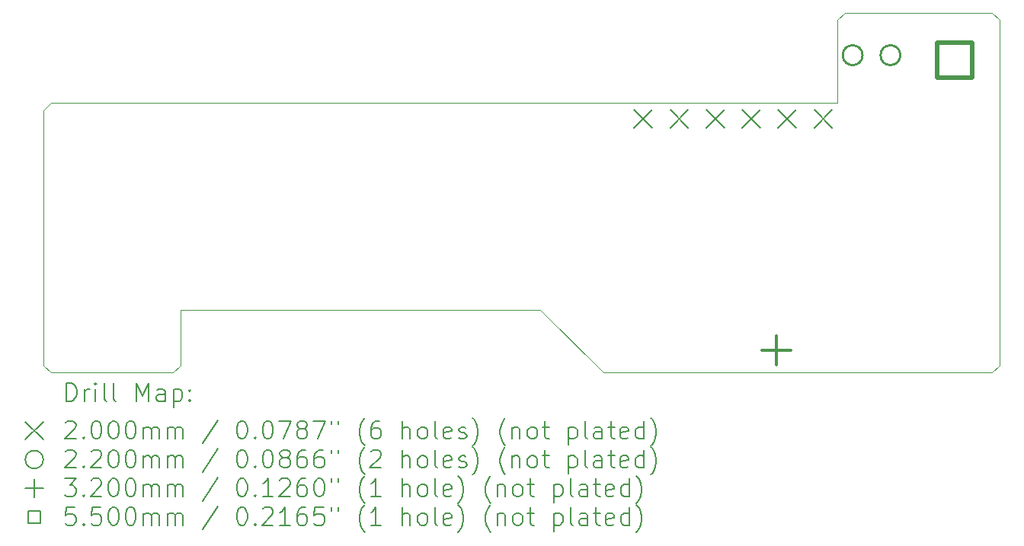
<source format=gbr>
%FSLAX45Y45*%
G04 Gerber Fmt 4.5, Leading zero omitted, Abs format (unit mm)*
G04 Created by KiCad (PCBNEW (6.0.2)) date 2022-03-23 19:36:18*
%MOMM*%
%LPD*%
G01*
G04 APERTURE LIST*
%TA.AperFunction,Profile*%
%ADD10C,0.100000*%
%TD*%
%ADD11C,0.200000*%
%ADD12C,0.220000*%
%ADD13C,0.320000*%
%ADD14C,0.550000*%
G04 APERTURE END LIST*
D10*
X5800000Y-8220000D02*
X5880000Y-8300000D01*
X7320000Y-8220000D02*
X7240000Y-8300000D01*
X16420000Y-8220000D02*
X16340000Y-8300000D01*
X14620000Y-4380000D02*
X14620000Y-5300000D01*
X11320000Y-7600000D02*
X12020000Y-8300000D01*
X16420000Y-8220000D02*
X16420000Y-4380000D01*
X16420000Y-4380000D02*
X16340000Y-4300000D01*
X5880000Y-8300000D02*
X7240000Y-8300000D01*
X7320000Y-8220000D02*
X7320000Y-7600000D01*
X16340000Y-8300000D02*
X12020000Y-8300000D01*
X5880000Y-5300000D02*
X5800000Y-5380000D01*
X5800000Y-8220000D02*
X5800000Y-5380000D01*
X14620000Y-5300000D02*
X5880000Y-5300000D01*
X14700000Y-4300000D02*
X14620000Y-4380000D01*
X16340000Y-4300000D02*
X14700000Y-4300000D01*
X7320000Y-7600000D02*
X11320000Y-7600000D01*
D11*
X12362000Y-5375700D02*
X12562000Y-5575700D01*
X12562000Y-5375700D02*
X12362000Y-5575700D01*
X12762000Y-5375700D02*
X12962000Y-5575700D01*
X12962000Y-5375700D02*
X12762000Y-5575700D01*
X13162000Y-5375700D02*
X13362000Y-5575700D01*
X13362000Y-5375700D02*
X13162000Y-5575700D01*
X13562000Y-5375700D02*
X13762000Y-5575700D01*
X13762000Y-5375700D02*
X13562000Y-5575700D01*
X13962000Y-5375700D02*
X14162000Y-5575700D01*
X14162000Y-5375700D02*
X13962000Y-5575700D01*
X14362000Y-5375700D02*
X14562000Y-5575700D01*
X14562000Y-5375700D02*
X14362000Y-5575700D01*
D12*
X14898700Y-4769500D02*
G75*
G03*
X14898700Y-4769500I-110000J0D01*
G01*
X15318700Y-4769500D02*
G75*
G03*
X15318700Y-4769500I-110000J0D01*
G01*
D13*
X13940000Y-7890000D02*
X13940000Y-8210000D01*
X13780000Y-8050000D02*
X14100000Y-8050000D01*
D14*
X16119456Y-5019456D02*
X16119456Y-4630544D01*
X15730544Y-4630544D01*
X15730544Y-5019456D01*
X16119456Y-5019456D01*
D11*
X6052619Y-8615476D02*
X6052619Y-8415476D01*
X6100238Y-8415476D01*
X6128809Y-8425000D01*
X6147857Y-8444048D01*
X6157381Y-8463095D01*
X6166905Y-8501190D01*
X6166905Y-8529762D01*
X6157381Y-8567857D01*
X6147857Y-8586905D01*
X6128809Y-8605952D01*
X6100238Y-8615476D01*
X6052619Y-8615476D01*
X6252619Y-8615476D02*
X6252619Y-8482143D01*
X6252619Y-8520238D02*
X6262143Y-8501190D01*
X6271667Y-8491667D01*
X6290714Y-8482143D01*
X6309762Y-8482143D01*
X6376428Y-8615476D02*
X6376428Y-8482143D01*
X6376428Y-8415476D02*
X6366905Y-8425000D01*
X6376428Y-8434524D01*
X6385952Y-8425000D01*
X6376428Y-8415476D01*
X6376428Y-8434524D01*
X6500238Y-8615476D02*
X6481190Y-8605952D01*
X6471667Y-8586905D01*
X6471667Y-8415476D01*
X6605000Y-8615476D02*
X6585952Y-8605952D01*
X6576428Y-8586905D01*
X6576428Y-8415476D01*
X6833571Y-8615476D02*
X6833571Y-8415476D01*
X6900238Y-8558333D01*
X6966905Y-8415476D01*
X6966905Y-8615476D01*
X7147857Y-8615476D02*
X7147857Y-8510714D01*
X7138333Y-8491667D01*
X7119286Y-8482143D01*
X7081190Y-8482143D01*
X7062143Y-8491667D01*
X7147857Y-8605952D02*
X7128809Y-8615476D01*
X7081190Y-8615476D01*
X7062143Y-8605952D01*
X7052619Y-8586905D01*
X7052619Y-8567857D01*
X7062143Y-8548810D01*
X7081190Y-8539286D01*
X7128809Y-8539286D01*
X7147857Y-8529762D01*
X7243095Y-8482143D02*
X7243095Y-8682143D01*
X7243095Y-8491667D02*
X7262143Y-8482143D01*
X7300238Y-8482143D01*
X7319286Y-8491667D01*
X7328809Y-8501190D01*
X7338333Y-8520238D01*
X7338333Y-8577381D01*
X7328809Y-8596429D01*
X7319286Y-8605952D01*
X7300238Y-8615476D01*
X7262143Y-8615476D01*
X7243095Y-8605952D01*
X7424048Y-8596429D02*
X7433571Y-8605952D01*
X7424048Y-8615476D01*
X7414524Y-8605952D01*
X7424048Y-8596429D01*
X7424048Y-8615476D01*
X7424048Y-8491667D02*
X7433571Y-8501190D01*
X7424048Y-8510714D01*
X7414524Y-8501190D01*
X7424048Y-8491667D01*
X7424048Y-8510714D01*
X5595000Y-8845000D02*
X5795000Y-9045000D01*
X5795000Y-8845000D02*
X5595000Y-9045000D01*
X6043095Y-8854524D02*
X6052619Y-8845000D01*
X6071667Y-8835476D01*
X6119286Y-8835476D01*
X6138333Y-8845000D01*
X6147857Y-8854524D01*
X6157381Y-8873571D01*
X6157381Y-8892619D01*
X6147857Y-8921190D01*
X6033571Y-9035476D01*
X6157381Y-9035476D01*
X6243095Y-9016429D02*
X6252619Y-9025952D01*
X6243095Y-9035476D01*
X6233571Y-9025952D01*
X6243095Y-9016429D01*
X6243095Y-9035476D01*
X6376428Y-8835476D02*
X6395476Y-8835476D01*
X6414524Y-8845000D01*
X6424048Y-8854524D01*
X6433571Y-8873571D01*
X6443095Y-8911667D01*
X6443095Y-8959286D01*
X6433571Y-8997381D01*
X6424048Y-9016429D01*
X6414524Y-9025952D01*
X6395476Y-9035476D01*
X6376428Y-9035476D01*
X6357381Y-9025952D01*
X6347857Y-9016429D01*
X6338333Y-8997381D01*
X6328809Y-8959286D01*
X6328809Y-8911667D01*
X6338333Y-8873571D01*
X6347857Y-8854524D01*
X6357381Y-8845000D01*
X6376428Y-8835476D01*
X6566905Y-8835476D02*
X6585952Y-8835476D01*
X6605000Y-8845000D01*
X6614524Y-8854524D01*
X6624048Y-8873571D01*
X6633571Y-8911667D01*
X6633571Y-8959286D01*
X6624048Y-8997381D01*
X6614524Y-9016429D01*
X6605000Y-9025952D01*
X6585952Y-9035476D01*
X6566905Y-9035476D01*
X6547857Y-9025952D01*
X6538333Y-9016429D01*
X6528809Y-8997381D01*
X6519286Y-8959286D01*
X6519286Y-8911667D01*
X6528809Y-8873571D01*
X6538333Y-8854524D01*
X6547857Y-8845000D01*
X6566905Y-8835476D01*
X6757381Y-8835476D02*
X6776428Y-8835476D01*
X6795476Y-8845000D01*
X6805000Y-8854524D01*
X6814524Y-8873571D01*
X6824048Y-8911667D01*
X6824048Y-8959286D01*
X6814524Y-8997381D01*
X6805000Y-9016429D01*
X6795476Y-9025952D01*
X6776428Y-9035476D01*
X6757381Y-9035476D01*
X6738333Y-9025952D01*
X6728809Y-9016429D01*
X6719286Y-8997381D01*
X6709762Y-8959286D01*
X6709762Y-8911667D01*
X6719286Y-8873571D01*
X6728809Y-8854524D01*
X6738333Y-8845000D01*
X6757381Y-8835476D01*
X6909762Y-9035476D02*
X6909762Y-8902143D01*
X6909762Y-8921190D02*
X6919286Y-8911667D01*
X6938333Y-8902143D01*
X6966905Y-8902143D01*
X6985952Y-8911667D01*
X6995476Y-8930714D01*
X6995476Y-9035476D01*
X6995476Y-8930714D02*
X7005000Y-8911667D01*
X7024048Y-8902143D01*
X7052619Y-8902143D01*
X7071667Y-8911667D01*
X7081190Y-8930714D01*
X7081190Y-9035476D01*
X7176428Y-9035476D02*
X7176428Y-8902143D01*
X7176428Y-8921190D02*
X7185952Y-8911667D01*
X7205000Y-8902143D01*
X7233571Y-8902143D01*
X7252619Y-8911667D01*
X7262143Y-8930714D01*
X7262143Y-9035476D01*
X7262143Y-8930714D02*
X7271667Y-8911667D01*
X7290714Y-8902143D01*
X7319286Y-8902143D01*
X7338333Y-8911667D01*
X7347857Y-8930714D01*
X7347857Y-9035476D01*
X7738333Y-8825952D02*
X7566905Y-9083095D01*
X7995476Y-8835476D02*
X8014524Y-8835476D01*
X8033571Y-8845000D01*
X8043095Y-8854524D01*
X8052619Y-8873571D01*
X8062143Y-8911667D01*
X8062143Y-8959286D01*
X8052619Y-8997381D01*
X8043095Y-9016429D01*
X8033571Y-9025952D01*
X8014524Y-9035476D01*
X7995476Y-9035476D01*
X7976428Y-9025952D01*
X7966905Y-9016429D01*
X7957381Y-8997381D01*
X7947857Y-8959286D01*
X7947857Y-8911667D01*
X7957381Y-8873571D01*
X7966905Y-8854524D01*
X7976428Y-8845000D01*
X7995476Y-8835476D01*
X8147857Y-9016429D02*
X8157381Y-9025952D01*
X8147857Y-9035476D01*
X8138333Y-9025952D01*
X8147857Y-9016429D01*
X8147857Y-9035476D01*
X8281190Y-8835476D02*
X8300238Y-8835476D01*
X8319286Y-8845000D01*
X8328809Y-8854524D01*
X8338333Y-8873571D01*
X8347857Y-8911667D01*
X8347857Y-8959286D01*
X8338333Y-8997381D01*
X8328809Y-9016429D01*
X8319286Y-9025952D01*
X8300238Y-9035476D01*
X8281190Y-9035476D01*
X8262143Y-9025952D01*
X8252619Y-9016429D01*
X8243095Y-8997381D01*
X8233571Y-8959286D01*
X8233571Y-8911667D01*
X8243095Y-8873571D01*
X8252619Y-8854524D01*
X8262143Y-8845000D01*
X8281190Y-8835476D01*
X8414524Y-8835476D02*
X8547857Y-8835476D01*
X8462143Y-9035476D01*
X8652619Y-8921190D02*
X8633571Y-8911667D01*
X8624048Y-8902143D01*
X8614524Y-8883095D01*
X8614524Y-8873571D01*
X8624048Y-8854524D01*
X8633571Y-8845000D01*
X8652619Y-8835476D01*
X8690714Y-8835476D01*
X8709762Y-8845000D01*
X8719286Y-8854524D01*
X8728810Y-8873571D01*
X8728810Y-8883095D01*
X8719286Y-8902143D01*
X8709762Y-8911667D01*
X8690714Y-8921190D01*
X8652619Y-8921190D01*
X8633571Y-8930714D01*
X8624048Y-8940238D01*
X8614524Y-8959286D01*
X8614524Y-8997381D01*
X8624048Y-9016429D01*
X8633571Y-9025952D01*
X8652619Y-9035476D01*
X8690714Y-9035476D01*
X8709762Y-9025952D01*
X8719286Y-9016429D01*
X8728810Y-8997381D01*
X8728810Y-8959286D01*
X8719286Y-8940238D01*
X8709762Y-8930714D01*
X8690714Y-8921190D01*
X8795476Y-8835476D02*
X8928810Y-8835476D01*
X8843095Y-9035476D01*
X8995476Y-8835476D02*
X8995476Y-8873571D01*
X9071667Y-8835476D02*
X9071667Y-8873571D01*
X9366905Y-9111667D02*
X9357381Y-9102143D01*
X9338333Y-9073571D01*
X9328810Y-9054524D01*
X9319286Y-9025952D01*
X9309762Y-8978333D01*
X9309762Y-8940238D01*
X9319286Y-8892619D01*
X9328810Y-8864048D01*
X9338333Y-8845000D01*
X9357381Y-8816429D01*
X9366905Y-8806905D01*
X9528810Y-8835476D02*
X9490714Y-8835476D01*
X9471667Y-8845000D01*
X9462143Y-8854524D01*
X9443095Y-8883095D01*
X9433571Y-8921190D01*
X9433571Y-8997381D01*
X9443095Y-9016429D01*
X9452619Y-9025952D01*
X9471667Y-9035476D01*
X9509762Y-9035476D01*
X9528810Y-9025952D01*
X9538333Y-9016429D01*
X9547857Y-8997381D01*
X9547857Y-8949762D01*
X9538333Y-8930714D01*
X9528810Y-8921190D01*
X9509762Y-8911667D01*
X9471667Y-8911667D01*
X9452619Y-8921190D01*
X9443095Y-8930714D01*
X9433571Y-8949762D01*
X9785952Y-9035476D02*
X9785952Y-8835476D01*
X9871667Y-9035476D02*
X9871667Y-8930714D01*
X9862143Y-8911667D01*
X9843095Y-8902143D01*
X9814524Y-8902143D01*
X9795476Y-8911667D01*
X9785952Y-8921190D01*
X9995476Y-9035476D02*
X9976429Y-9025952D01*
X9966905Y-9016429D01*
X9957381Y-8997381D01*
X9957381Y-8940238D01*
X9966905Y-8921190D01*
X9976429Y-8911667D01*
X9995476Y-8902143D01*
X10024048Y-8902143D01*
X10043095Y-8911667D01*
X10052619Y-8921190D01*
X10062143Y-8940238D01*
X10062143Y-8997381D01*
X10052619Y-9016429D01*
X10043095Y-9025952D01*
X10024048Y-9035476D01*
X9995476Y-9035476D01*
X10176429Y-9035476D02*
X10157381Y-9025952D01*
X10147857Y-9006905D01*
X10147857Y-8835476D01*
X10328810Y-9025952D02*
X10309762Y-9035476D01*
X10271667Y-9035476D01*
X10252619Y-9025952D01*
X10243095Y-9006905D01*
X10243095Y-8930714D01*
X10252619Y-8911667D01*
X10271667Y-8902143D01*
X10309762Y-8902143D01*
X10328810Y-8911667D01*
X10338333Y-8930714D01*
X10338333Y-8949762D01*
X10243095Y-8968810D01*
X10414524Y-9025952D02*
X10433571Y-9035476D01*
X10471667Y-9035476D01*
X10490714Y-9025952D01*
X10500238Y-9006905D01*
X10500238Y-8997381D01*
X10490714Y-8978333D01*
X10471667Y-8968810D01*
X10443095Y-8968810D01*
X10424048Y-8959286D01*
X10414524Y-8940238D01*
X10414524Y-8930714D01*
X10424048Y-8911667D01*
X10443095Y-8902143D01*
X10471667Y-8902143D01*
X10490714Y-8911667D01*
X10566905Y-9111667D02*
X10576429Y-9102143D01*
X10595476Y-9073571D01*
X10605000Y-9054524D01*
X10614524Y-9025952D01*
X10624048Y-8978333D01*
X10624048Y-8940238D01*
X10614524Y-8892619D01*
X10605000Y-8864048D01*
X10595476Y-8845000D01*
X10576429Y-8816429D01*
X10566905Y-8806905D01*
X10928810Y-9111667D02*
X10919286Y-9102143D01*
X10900238Y-9073571D01*
X10890714Y-9054524D01*
X10881190Y-9025952D01*
X10871667Y-8978333D01*
X10871667Y-8940238D01*
X10881190Y-8892619D01*
X10890714Y-8864048D01*
X10900238Y-8845000D01*
X10919286Y-8816429D01*
X10928810Y-8806905D01*
X11005000Y-8902143D02*
X11005000Y-9035476D01*
X11005000Y-8921190D02*
X11014524Y-8911667D01*
X11033571Y-8902143D01*
X11062143Y-8902143D01*
X11081190Y-8911667D01*
X11090714Y-8930714D01*
X11090714Y-9035476D01*
X11214524Y-9035476D02*
X11195476Y-9025952D01*
X11185952Y-9016429D01*
X11176429Y-8997381D01*
X11176429Y-8940238D01*
X11185952Y-8921190D01*
X11195476Y-8911667D01*
X11214524Y-8902143D01*
X11243095Y-8902143D01*
X11262143Y-8911667D01*
X11271667Y-8921190D01*
X11281190Y-8940238D01*
X11281190Y-8997381D01*
X11271667Y-9016429D01*
X11262143Y-9025952D01*
X11243095Y-9035476D01*
X11214524Y-9035476D01*
X11338333Y-8902143D02*
X11414524Y-8902143D01*
X11366905Y-8835476D02*
X11366905Y-9006905D01*
X11376428Y-9025952D01*
X11395476Y-9035476D01*
X11414524Y-9035476D01*
X11633571Y-8902143D02*
X11633571Y-9102143D01*
X11633571Y-8911667D02*
X11652619Y-8902143D01*
X11690714Y-8902143D01*
X11709762Y-8911667D01*
X11719286Y-8921190D01*
X11728809Y-8940238D01*
X11728809Y-8997381D01*
X11719286Y-9016429D01*
X11709762Y-9025952D01*
X11690714Y-9035476D01*
X11652619Y-9035476D01*
X11633571Y-9025952D01*
X11843095Y-9035476D02*
X11824048Y-9025952D01*
X11814524Y-9006905D01*
X11814524Y-8835476D01*
X12005000Y-9035476D02*
X12005000Y-8930714D01*
X11995476Y-8911667D01*
X11976428Y-8902143D01*
X11938333Y-8902143D01*
X11919286Y-8911667D01*
X12005000Y-9025952D02*
X11985952Y-9035476D01*
X11938333Y-9035476D01*
X11919286Y-9025952D01*
X11909762Y-9006905D01*
X11909762Y-8987857D01*
X11919286Y-8968810D01*
X11938333Y-8959286D01*
X11985952Y-8959286D01*
X12005000Y-8949762D01*
X12071667Y-8902143D02*
X12147857Y-8902143D01*
X12100238Y-8835476D02*
X12100238Y-9006905D01*
X12109762Y-9025952D01*
X12128809Y-9035476D01*
X12147857Y-9035476D01*
X12290714Y-9025952D02*
X12271667Y-9035476D01*
X12233571Y-9035476D01*
X12214524Y-9025952D01*
X12205000Y-9006905D01*
X12205000Y-8930714D01*
X12214524Y-8911667D01*
X12233571Y-8902143D01*
X12271667Y-8902143D01*
X12290714Y-8911667D01*
X12300238Y-8930714D01*
X12300238Y-8949762D01*
X12205000Y-8968810D01*
X12471667Y-9035476D02*
X12471667Y-8835476D01*
X12471667Y-9025952D02*
X12452619Y-9035476D01*
X12414524Y-9035476D01*
X12395476Y-9025952D01*
X12385952Y-9016429D01*
X12376428Y-8997381D01*
X12376428Y-8940238D01*
X12385952Y-8921190D01*
X12395476Y-8911667D01*
X12414524Y-8902143D01*
X12452619Y-8902143D01*
X12471667Y-8911667D01*
X12547857Y-9111667D02*
X12557381Y-9102143D01*
X12576428Y-9073571D01*
X12585952Y-9054524D01*
X12595476Y-9025952D01*
X12605000Y-8978333D01*
X12605000Y-8940238D01*
X12595476Y-8892619D01*
X12585952Y-8864048D01*
X12576428Y-8845000D01*
X12557381Y-8816429D01*
X12547857Y-8806905D01*
X5795000Y-9265000D02*
G75*
G03*
X5795000Y-9265000I-100000J0D01*
G01*
X6043095Y-9174524D02*
X6052619Y-9165000D01*
X6071667Y-9155476D01*
X6119286Y-9155476D01*
X6138333Y-9165000D01*
X6147857Y-9174524D01*
X6157381Y-9193571D01*
X6157381Y-9212619D01*
X6147857Y-9241190D01*
X6033571Y-9355476D01*
X6157381Y-9355476D01*
X6243095Y-9336429D02*
X6252619Y-9345952D01*
X6243095Y-9355476D01*
X6233571Y-9345952D01*
X6243095Y-9336429D01*
X6243095Y-9355476D01*
X6328809Y-9174524D02*
X6338333Y-9165000D01*
X6357381Y-9155476D01*
X6405000Y-9155476D01*
X6424048Y-9165000D01*
X6433571Y-9174524D01*
X6443095Y-9193571D01*
X6443095Y-9212619D01*
X6433571Y-9241190D01*
X6319286Y-9355476D01*
X6443095Y-9355476D01*
X6566905Y-9155476D02*
X6585952Y-9155476D01*
X6605000Y-9165000D01*
X6614524Y-9174524D01*
X6624048Y-9193571D01*
X6633571Y-9231667D01*
X6633571Y-9279286D01*
X6624048Y-9317381D01*
X6614524Y-9336429D01*
X6605000Y-9345952D01*
X6585952Y-9355476D01*
X6566905Y-9355476D01*
X6547857Y-9345952D01*
X6538333Y-9336429D01*
X6528809Y-9317381D01*
X6519286Y-9279286D01*
X6519286Y-9231667D01*
X6528809Y-9193571D01*
X6538333Y-9174524D01*
X6547857Y-9165000D01*
X6566905Y-9155476D01*
X6757381Y-9155476D02*
X6776428Y-9155476D01*
X6795476Y-9165000D01*
X6805000Y-9174524D01*
X6814524Y-9193571D01*
X6824048Y-9231667D01*
X6824048Y-9279286D01*
X6814524Y-9317381D01*
X6805000Y-9336429D01*
X6795476Y-9345952D01*
X6776428Y-9355476D01*
X6757381Y-9355476D01*
X6738333Y-9345952D01*
X6728809Y-9336429D01*
X6719286Y-9317381D01*
X6709762Y-9279286D01*
X6709762Y-9231667D01*
X6719286Y-9193571D01*
X6728809Y-9174524D01*
X6738333Y-9165000D01*
X6757381Y-9155476D01*
X6909762Y-9355476D02*
X6909762Y-9222143D01*
X6909762Y-9241190D02*
X6919286Y-9231667D01*
X6938333Y-9222143D01*
X6966905Y-9222143D01*
X6985952Y-9231667D01*
X6995476Y-9250714D01*
X6995476Y-9355476D01*
X6995476Y-9250714D02*
X7005000Y-9231667D01*
X7024048Y-9222143D01*
X7052619Y-9222143D01*
X7071667Y-9231667D01*
X7081190Y-9250714D01*
X7081190Y-9355476D01*
X7176428Y-9355476D02*
X7176428Y-9222143D01*
X7176428Y-9241190D02*
X7185952Y-9231667D01*
X7205000Y-9222143D01*
X7233571Y-9222143D01*
X7252619Y-9231667D01*
X7262143Y-9250714D01*
X7262143Y-9355476D01*
X7262143Y-9250714D02*
X7271667Y-9231667D01*
X7290714Y-9222143D01*
X7319286Y-9222143D01*
X7338333Y-9231667D01*
X7347857Y-9250714D01*
X7347857Y-9355476D01*
X7738333Y-9145952D02*
X7566905Y-9403095D01*
X7995476Y-9155476D02*
X8014524Y-9155476D01*
X8033571Y-9165000D01*
X8043095Y-9174524D01*
X8052619Y-9193571D01*
X8062143Y-9231667D01*
X8062143Y-9279286D01*
X8052619Y-9317381D01*
X8043095Y-9336429D01*
X8033571Y-9345952D01*
X8014524Y-9355476D01*
X7995476Y-9355476D01*
X7976428Y-9345952D01*
X7966905Y-9336429D01*
X7957381Y-9317381D01*
X7947857Y-9279286D01*
X7947857Y-9231667D01*
X7957381Y-9193571D01*
X7966905Y-9174524D01*
X7976428Y-9165000D01*
X7995476Y-9155476D01*
X8147857Y-9336429D02*
X8157381Y-9345952D01*
X8147857Y-9355476D01*
X8138333Y-9345952D01*
X8147857Y-9336429D01*
X8147857Y-9355476D01*
X8281190Y-9155476D02*
X8300238Y-9155476D01*
X8319286Y-9165000D01*
X8328809Y-9174524D01*
X8338333Y-9193571D01*
X8347857Y-9231667D01*
X8347857Y-9279286D01*
X8338333Y-9317381D01*
X8328809Y-9336429D01*
X8319286Y-9345952D01*
X8300238Y-9355476D01*
X8281190Y-9355476D01*
X8262143Y-9345952D01*
X8252619Y-9336429D01*
X8243095Y-9317381D01*
X8233571Y-9279286D01*
X8233571Y-9231667D01*
X8243095Y-9193571D01*
X8252619Y-9174524D01*
X8262143Y-9165000D01*
X8281190Y-9155476D01*
X8462143Y-9241190D02*
X8443095Y-9231667D01*
X8433571Y-9222143D01*
X8424048Y-9203095D01*
X8424048Y-9193571D01*
X8433571Y-9174524D01*
X8443095Y-9165000D01*
X8462143Y-9155476D01*
X8500238Y-9155476D01*
X8519286Y-9165000D01*
X8528810Y-9174524D01*
X8538333Y-9193571D01*
X8538333Y-9203095D01*
X8528810Y-9222143D01*
X8519286Y-9231667D01*
X8500238Y-9241190D01*
X8462143Y-9241190D01*
X8443095Y-9250714D01*
X8433571Y-9260238D01*
X8424048Y-9279286D01*
X8424048Y-9317381D01*
X8433571Y-9336429D01*
X8443095Y-9345952D01*
X8462143Y-9355476D01*
X8500238Y-9355476D01*
X8519286Y-9345952D01*
X8528810Y-9336429D01*
X8538333Y-9317381D01*
X8538333Y-9279286D01*
X8528810Y-9260238D01*
X8519286Y-9250714D01*
X8500238Y-9241190D01*
X8709762Y-9155476D02*
X8671667Y-9155476D01*
X8652619Y-9165000D01*
X8643095Y-9174524D01*
X8624048Y-9203095D01*
X8614524Y-9241190D01*
X8614524Y-9317381D01*
X8624048Y-9336429D01*
X8633571Y-9345952D01*
X8652619Y-9355476D01*
X8690714Y-9355476D01*
X8709762Y-9345952D01*
X8719286Y-9336429D01*
X8728810Y-9317381D01*
X8728810Y-9269762D01*
X8719286Y-9250714D01*
X8709762Y-9241190D01*
X8690714Y-9231667D01*
X8652619Y-9231667D01*
X8633571Y-9241190D01*
X8624048Y-9250714D01*
X8614524Y-9269762D01*
X8900238Y-9155476D02*
X8862143Y-9155476D01*
X8843095Y-9165000D01*
X8833571Y-9174524D01*
X8814524Y-9203095D01*
X8805000Y-9241190D01*
X8805000Y-9317381D01*
X8814524Y-9336429D01*
X8824048Y-9345952D01*
X8843095Y-9355476D01*
X8881190Y-9355476D01*
X8900238Y-9345952D01*
X8909762Y-9336429D01*
X8919286Y-9317381D01*
X8919286Y-9269762D01*
X8909762Y-9250714D01*
X8900238Y-9241190D01*
X8881190Y-9231667D01*
X8843095Y-9231667D01*
X8824048Y-9241190D01*
X8814524Y-9250714D01*
X8805000Y-9269762D01*
X8995476Y-9155476D02*
X8995476Y-9193571D01*
X9071667Y-9155476D02*
X9071667Y-9193571D01*
X9366905Y-9431667D02*
X9357381Y-9422143D01*
X9338333Y-9393571D01*
X9328810Y-9374524D01*
X9319286Y-9345952D01*
X9309762Y-9298333D01*
X9309762Y-9260238D01*
X9319286Y-9212619D01*
X9328810Y-9184048D01*
X9338333Y-9165000D01*
X9357381Y-9136429D01*
X9366905Y-9126905D01*
X9433571Y-9174524D02*
X9443095Y-9165000D01*
X9462143Y-9155476D01*
X9509762Y-9155476D01*
X9528810Y-9165000D01*
X9538333Y-9174524D01*
X9547857Y-9193571D01*
X9547857Y-9212619D01*
X9538333Y-9241190D01*
X9424048Y-9355476D01*
X9547857Y-9355476D01*
X9785952Y-9355476D02*
X9785952Y-9155476D01*
X9871667Y-9355476D02*
X9871667Y-9250714D01*
X9862143Y-9231667D01*
X9843095Y-9222143D01*
X9814524Y-9222143D01*
X9795476Y-9231667D01*
X9785952Y-9241190D01*
X9995476Y-9355476D02*
X9976429Y-9345952D01*
X9966905Y-9336429D01*
X9957381Y-9317381D01*
X9957381Y-9260238D01*
X9966905Y-9241190D01*
X9976429Y-9231667D01*
X9995476Y-9222143D01*
X10024048Y-9222143D01*
X10043095Y-9231667D01*
X10052619Y-9241190D01*
X10062143Y-9260238D01*
X10062143Y-9317381D01*
X10052619Y-9336429D01*
X10043095Y-9345952D01*
X10024048Y-9355476D01*
X9995476Y-9355476D01*
X10176429Y-9355476D02*
X10157381Y-9345952D01*
X10147857Y-9326905D01*
X10147857Y-9155476D01*
X10328810Y-9345952D02*
X10309762Y-9355476D01*
X10271667Y-9355476D01*
X10252619Y-9345952D01*
X10243095Y-9326905D01*
X10243095Y-9250714D01*
X10252619Y-9231667D01*
X10271667Y-9222143D01*
X10309762Y-9222143D01*
X10328810Y-9231667D01*
X10338333Y-9250714D01*
X10338333Y-9269762D01*
X10243095Y-9288810D01*
X10414524Y-9345952D02*
X10433571Y-9355476D01*
X10471667Y-9355476D01*
X10490714Y-9345952D01*
X10500238Y-9326905D01*
X10500238Y-9317381D01*
X10490714Y-9298333D01*
X10471667Y-9288810D01*
X10443095Y-9288810D01*
X10424048Y-9279286D01*
X10414524Y-9260238D01*
X10414524Y-9250714D01*
X10424048Y-9231667D01*
X10443095Y-9222143D01*
X10471667Y-9222143D01*
X10490714Y-9231667D01*
X10566905Y-9431667D02*
X10576429Y-9422143D01*
X10595476Y-9393571D01*
X10605000Y-9374524D01*
X10614524Y-9345952D01*
X10624048Y-9298333D01*
X10624048Y-9260238D01*
X10614524Y-9212619D01*
X10605000Y-9184048D01*
X10595476Y-9165000D01*
X10576429Y-9136429D01*
X10566905Y-9126905D01*
X10928810Y-9431667D02*
X10919286Y-9422143D01*
X10900238Y-9393571D01*
X10890714Y-9374524D01*
X10881190Y-9345952D01*
X10871667Y-9298333D01*
X10871667Y-9260238D01*
X10881190Y-9212619D01*
X10890714Y-9184048D01*
X10900238Y-9165000D01*
X10919286Y-9136429D01*
X10928810Y-9126905D01*
X11005000Y-9222143D02*
X11005000Y-9355476D01*
X11005000Y-9241190D02*
X11014524Y-9231667D01*
X11033571Y-9222143D01*
X11062143Y-9222143D01*
X11081190Y-9231667D01*
X11090714Y-9250714D01*
X11090714Y-9355476D01*
X11214524Y-9355476D02*
X11195476Y-9345952D01*
X11185952Y-9336429D01*
X11176429Y-9317381D01*
X11176429Y-9260238D01*
X11185952Y-9241190D01*
X11195476Y-9231667D01*
X11214524Y-9222143D01*
X11243095Y-9222143D01*
X11262143Y-9231667D01*
X11271667Y-9241190D01*
X11281190Y-9260238D01*
X11281190Y-9317381D01*
X11271667Y-9336429D01*
X11262143Y-9345952D01*
X11243095Y-9355476D01*
X11214524Y-9355476D01*
X11338333Y-9222143D02*
X11414524Y-9222143D01*
X11366905Y-9155476D02*
X11366905Y-9326905D01*
X11376428Y-9345952D01*
X11395476Y-9355476D01*
X11414524Y-9355476D01*
X11633571Y-9222143D02*
X11633571Y-9422143D01*
X11633571Y-9231667D02*
X11652619Y-9222143D01*
X11690714Y-9222143D01*
X11709762Y-9231667D01*
X11719286Y-9241190D01*
X11728809Y-9260238D01*
X11728809Y-9317381D01*
X11719286Y-9336429D01*
X11709762Y-9345952D01*
X11690714Y-9355476D01*
X11652619Y-9355476D01*
X11633571Y-9345952D01*
X11843095Y-9355476D02*
X11824048Y-9345952D01*
X11814524Y-9326905D01*
X11814524Y-9155476D01*
X12005000Y-9355476D02*
X12005000Y-9250714D01*
X11995476Y-9231667D01*
X11976428Y-9222143D01*
X11938333Y-9222143D01*
X11919286Y-9231667D01*
X12005000Y-9345952D02*
X11985952Y-9355476D01*
X11938333Y-9355476D01*
X11919286Y-9345952D01*
X11909762Y-9326905D01*
X11909762Y-9307857D01*
X11919286Y-9288810D01*
X11938333Y-9279286D01*
X11985952Y-9279286D01*
X12005000Y-9269762D01*
X12071667Y-9222143D02*
X12147857Y-9222143D01*
X12100238Y-9155476D02*
X12100238Y-9326905D01*
X12109762Y-9345952D01*
X12128809Y-9355476D01*
X12147857Y-9355476D01*
X12290714Y-9345952D02*
X12271667Y-9355476D01*
X12233571Y-9355476D01*
X12214524Y-9345952D01*
X12205000Y-9326905D01*
X12205000Y-9250714D01*
X12214524Y-9231667D01*
X12233571Y-9222143D01*
X12271667Y-9222143D01*
X12290714Y-9231667D01*
X12300238Y-9250714D01*
X12300238Y-9269762D01*
X12205000Y-9288810D01*
X12471667Y-9355476D02*
X12471667Y-9155476D01*
X12471667Y-9345952D02*
X12452619Y-9355476D01*
X12414524Y-9355476D01*
X12395476Y-9345952D01*
X12385952Y-9336429D01*
X12376428Y-9317381D01*
X12376428Y-9260238D01*
X12385952Y-9241190D01*
X12395476Y-9231667D01*
X12414524Y-9222143D01*
X12452619Y-9222143D01*
X12471667Y-9231667D01*
X12547857Y-9431667D02*
X12557381Y-9422143D01*
X12576428Y-9393571D01*
X12585952Y-9374524D01*
X12595476Y-9345952D01*
X12605000Y-9298333D01*
X12605000Y-9260238D01*
X12595476Y-9212619D01*
X12585952Y-9184048D01*
X12576428Y-9165000D01*
X12557381Y-9136429D01*
X12547857Y-9126905D01*
X5695000Y-9485000D02*
X5695000Y-9685000D01*
X5595000Y-9585000D02*
X5795000Y-9585000D01*
X6033571Y-9475476D02*
X6157381Y-9475476D01*
X6090714Y-9551667D01*
X6119286Y-9551667D01*
X6138333Y-9561190D01*
X6147857Y-9570714D01*
X6157381Y-9589762D01*
X6157381Y-9637381D01*
X6147857Y-9656429D01*
X6138333Y-9665952D01*
X6119286Y-9675476D01*
X6062143Y-9675476D01*
X6043095Y-9665952D01*
X6033571Y-9656429D01*
X6243095Y-9656429D02*
X6252619Y-9665952D01*
X6243095Y-9675476D01*
X6233571Y-9665952D01*
X6243095Y-9656429D01*
X6243095Y-9675476D01*
X6328809Y-9494524D02*
X6338333Y-9485000D01*
X6357381Y-9475476D01*
X6405000Y-9475476D01*
X6424048Y-9485000D01*
X6433571Y-9494524D01*
X6443095Y-9513571D01*
X6443095Y-9532619D01*
X6433571Y-9561190D01*
X6319286Y-9675476D01*
X6443095Y-9675476D01*
X6566905Y-9475476D02*
X6585952Y-9475476D01*
X6605000Y-9485000D01*
X6614524Y-9494524D01*
X6624048Y-9513571D01*
X6633571Y-9551667D01*
X6633571Y-9599286D01*
X6624048Y-9637381D01*
X6614524Y-9656429D01*
X6605000Y-9665952D01*
X6585952Y-9675476D01*
X6566905Y-9675476D01*
X6547857Y-9665952D01*
X6538333Y-9656429D01*
X6528809Y-9637381D01*
X6519286Y-9599286D01*
X6519286Y-9551667D01*
X6528809Y-9513571D01*
X6538333Y-9494524D01*
X6547857Y-9485000D01*
X6566905Y-9475476D01*
X6757381Y-9475476D02*
X6776428Y-9475476D01*
X6795476Y-9485000D01*
X6805000Y-9494524D01*
X6814524Y-9513571D01*
X6824048Y-9551667D01*
X6824048Y-9599286D01*
X6814524Y-9637381D01*
X6805000Y-9656429D01*
X6795476Y-9665952D01*
X6776428Y-9675476D01*
X6757381Y-9675476D01*
X6738333Y-9665952D01*
X6728809Y-9656429D01*
X6719286Y-9637381D01*
X6709762Y-9599286D01*
X6709762Y-9551667D01*
X6719286Y-9513571D01*
X6728809Y-9494524D01*
X6738333Y-9485000D01*
X6757381Y-9475476D01*
X6909762Y-9675476D02*
X6909762Y-9542143D01*
X6909762Y-9561190D02*
X6919286Y-9551667D01*
X6938333Y-9542143D01*
X6966905Y-9542143D01*
X6985952Y-9551667D01*
X6995476Y-9570714D01*
X6995476Y-9675476D01*
X6995476Y-9570714D02*
X7005000Y-9551667D01*
X7024048Y-9542143D01*
X7052619Y-9542143D01*
X7071667Y-9551667D01*
X7081190Y-9570714D01*
X7081190Y-9675476D01*
X7176428Y-9675476D02*
X7176428Y-9542143D01*
X7176428Y-9561190D02*
X7185952Y-9551667D01*
X7205000Y-9542143D01*
X7233571Y-9542143D01*
X7252619Y-9551667D01*
X7262143Y-9570714D01*
X7262143Y-9675476D01*
X7262143Y-9570714D02*
X7271667Y-9551667D01*
X7290714Y-9542143D01*
X7319286Y-9542143D01*
X7338333Y-9551667D01*
X7347857Y-9570714D01*
X7347857Y-9675476D01*
X7738333Y-9465952D02*
X7566905Y-9723095D01*
X7995476Y-9475476D02*
X8014524Y-9475476D01*
X8033571Y-9485000D01*
X8043095Y-9494524D01*
X8052619Y-9513571D01*
X8062143Y-9551667D01*
X8062143Y-9599286D01*
X8052619Y-9637381D01*
X8043095Y-9656429D01*
X8033571Y-9665952D01*
X8014524Y-9675476D01*
X7995476Y-9675476D01*
X7976428Y-9665952D01*
X7966905Y-9656429D01*
X7957381Y-9637381D01*
X7947857Y-9599286D01*
X7947857Y-9551667D01*
X7957381Y-9513571D01*
X7966905Y-9494524D01*
X7976428Y-9485000D01*
X7995476Y-9475476D01*
X8147857Y-9656429D02*
X8157381Y-9665952D01*
X8147857Y-9675476D01*
X8138333Y-9665952D01*
X8147857Y-9656429D01*
X8147857Y-9675476D01*
X8347857Y-9675476D02*
X8233571Y-9675476D01*
X8290714Y-9675476D02*
X8290714Y-9475476D01*
X8271667Y-9504048D01*
X8252619Y-9523095D01*
X8233571Y-9532619D01*
X8424048Y-9494524D02*
X8433571Y-9485000D01*
X8452619Y-9475476D01*
X8500238Y-9475476D01*
X8519286Y-9485000D01*
X8528810Y-9494524D01*
X8538333Y-9513571D01*
X8538333Y-9532619D01*
X8528810Y-9561190D01*
X8414524Y-9675476D01*
X8538333Y-9675476D01*
X8709762Y-9475476D02*
X8671667Y-9475476D01*
X8652619Y-9485000D01*
X8643095Y-9494524D01*
X8624048Y-9523095D01*
X8614524Y-9561190D01*
X8614524Y-9637381D01*
X8624048Y-9656429D01*
X8633571Y-9665952D01*
X8652619Y-9675476D01*
X8690714Y-9675476D01*
X8709762Y-9665952D01*
X8719286Y-9656429D01*
X8728810Y-9637381D01*
X8728810Y-9589762D01*
X8719286Y-9570714D01*
X8709762Y-9561190D01*
X8690714Y-9551667D01*
X8652619Y-9551667D01*
X8633571Y-9561190D01*
X8624048Y-9570714D01*
X8614524Y-9589762D01*
X8852619Y-9475476D02*
X8871667Y-9475476D01*
X8890714Y-9485000D01*
X8900238Y-9494524D01*
X8909762Y-9513571D01*
X8919286Y-9551667D01*
X8919286Y-9599286D01*
X8909762Y-9637381D01*
X8900238Y-9656429D01*
X8890714Y-9665952D01*
X8871667Y-9675476D01*
X8852619Y-9675476D01*
X8833571Y-9665952D01*
X8824048Y-9656429D01*
X8814524Y-9637381D01*
X8805000Y-9599286D01*
X8805000Y-9551667D01*
X8814524Y-9513571D01*
X8824048Y-9494524D01*
X8833571Y-9485000D01*
X8852619Y-9475476D01*
X8995476Y-9475476D02*
X8995476Y-9513571D01*
X9071667Y-9475476D02*
X9071667Y-9513571D01*
X9366905Y-9751667D02*
X9357381Y-9742143D01*
X9338333Y-9713571D01*
X9328810Y-9694524D01*
X9319286Y-9665952D01*
X9309762Y-9618333D01*
X9309762Y-9580238D01*
X9319286Y-9532619D01*
X9328810Y-9504048D01*
X9338333Y-9485000D01*
X9357381Y-9456429D01*
X9366905Y-9446905D01*
X9547857Y-9675476D02*
X9433571Y-9675476D01*
X9490714Y-9675476D02*
X9490714Y-9475476D01*
X9471667Y-9504048D01*
X9452619Y-9523095D01*
X9433571Y-9532619D01*
X9785952Y-9675476D02*
X9785952Y-9475476D01*
X9871667Y-9675476D02*
X9871667Y-9570714D01*
X9862143Y-9551667D01*
X9843095Y-9542143D01*
X9814524Y-9542143D01*
X9795476Y-9551667D01*
X9785952Y-9561190D01*
X9995476Y-9675476D02*
X9976429Y-9665952D01*
X9966905Y-9656429D01*
X9957381Y-9637381D01*
X9957381Y-9580238D01*
X9966905Y-9561190D01*
X9976429Y-9551667D01*
X9995476Y-9542143D01*
X10024048Y-9542143D01*
X10043095Y-9551667D01*
X10052619Y-9561190D01*
X10062143Y-9580238D01*
X10062143Y-9637381D01*
X10052619Y-9656429D01*
X10043095Y-9665952D01*
X10024048Y-9675476D01*
X9995476Y-9675476D01*
X10176429Y-9675476D02*
X10157381Y-9665952D01*
X10147857Y-9646905D01*
X10147857Y-9475476D01*
X10328810Y-9665952D02*
X10309762Y-9675476D01*
X10271667Y-9675476D01*
X10252619Y-9665952D01*
X10243095Y-9646905D01*
X10243095Y-9570714D01*
X10252619Y-9551667D01*
X10271667Y-9542143D01*
X10309762Y-9542143D01*
X10328810Y-9551667D01*
X10338333Y-9570714D01*
X10338333Y-9589762D01*
X10243095Y-9608810D01*
X10405000Y-9751667D02*
X10414524Y-9742143D01*
X10433571Y-9713571D01*
X10443095Y-9694524D01*
X10452619Y-9665952D01*
X10462143Y-9618333D01*
X10462143Y-9580238D01*
X10452619Y-9532619D01*
X10443095Y-9504048D01*
X10433571Y-9485000D01*
X10414524Y-9456429D01*
X10405000Y-9446905D01*
X10766905Y-9751667D02*
X10757381Y-9742143D01*
X10738333Y-9713571D01*
X10728810Y-9694524D01*
X10719286Y-9665952D01*
X10709762Y-9618333D01*
X10709762Y-9580238D01*
X10719286Y-9532619D01*
X10728810Y-9504048D01*
X10738333Y-9485000D01*
X10757381Y-9456429D01*
X10766905Y-9446905D01*
X10843095Y-9542143D02*
X10843095Y-9675476D01*
X10843095Y-9561190D02*
X10852619Y-9551667D01*
X10871667Y-9542143D01*
X10900238Y-9542143D01*
X10919286Y-9551667D01*
X10928810Y-9570714D01*
X10928810Y-9675476D01*
X11052619Y-9675476D02*
X11033571Y-9665952D01*
X11024048Y-9656429D01*
X11014524Y-9637381D01*
X11014524Y-9580238D01*
X11024048Y-9561190D01*
X11033571Y-9551667D01*
X11052619Y-9542143D01*
X11081190Y-9542143D01*
X11100238Y-9551667D01*
X11109762Y-9561190D01*
X11119286Y-9580238D01*
X11119286Y-9637381D01*
X11109762Y-9656429D01*
X11100238Y-9665952D01*
X11081190Y-9675476D01*
X11052619Y-9675476D01*
X11176429Y-9542143D02*
X11252619Y-9542143D01*
X11205000Y-9475476D02*
X11205000Y-9646905D01*
X11214524Y-9665952D01*
X11233571Y-9675476D01*
X11252619Y-9675476D01*
X11471667Y-9542143D02*
X11471667Y-9742143D01*
X11471667Y-9551667D02*
X11490714Y-9542143D01*
X11528809Y-9542143D01*
X11547857Y-9551667D01*
X11557381Y-9561190D01*
X11566905Y-9580238D01*
X11566905Y-9637381D01*
X11557381Y-9656429D01*
X11547857Y-9665952D01*
X11528809Y-9675476D01*
X11490714Y-9675476D01*
X11471667Y-9665952D01*
X11681190Y-9675476D02*
X11662143Y-9665952D01*
X11652619Y-9646905D01*
X11652619Y-9475476D01*
X11843095Y-9675476D02*
X11843095Y-9570714D01*
X11833571Y-9551667D01*
X11814524Y-9542143D01*
X11776428Y-9542143D01*
X11757381Y-9551667D01*
X11843095Y-9665952D02*
X11824048Y-9675476D01*
X11776428Y-9675476D01*
X11757381Y-9665952D01*
X11747857Y-9646905D01*
X11747857Y-9627857D01*
X11757381Y-9608810D01*
X11776428Y-9599286D01*
X11824048Y-9599286D01*
X11843095Y-9589762D01*
X11909762Y-9542143D02*
X11985952Y-9542143D01*
X11938333Y-9475476D02*
X11938333Y-9646905D01*
X11947857Y-9665952D01*
X11966905Y-9675476D01*
X11985952Y-9675476D01*
X12128809Y-9665952D02*
X12109762Y-9675476D01*
X12071667Y-9675476D01*
X12052619Y-9665952D01*
X12043095Y-9646905D01*
X12043095Y-9570714D01*
X12052619Y-9551667D01*
X12071667Y-9542143D01*
X12109762Y-9542143D01*
X12128809Y-9551667D01*
X12138333Y-9570714D01*
X12138333Y-9589762D01*
X12043095Y-9608810D01*
X12309762Y-9675476D02*
X12309762Y-9475476D01*
X12309762Y-9665952D02*
X12290714Y-9675476D01*
X12252619Y-9675476D01*
X12233571Y-9665952D01*
X12224048Y-9656429D01*
X12214524Y-9637381D01*
X12214524Y-9580238D01*
X12224048Y-9561190D01*
X12233571Y-9551667D01*
X12252619Y-9542143D01*
X12290714Y-9542143D01*
X12309762Y-9551667D01*
X12385952Y-9751667D02*
X12395476Y-9742143D01*
X12414524Y-9713571D01*
X12424048Y-9694524D01*
X12433571Y-9665952D01*
X12443095Y-9618333D01*
X12443095Y-9580238D01*
X12433571Y-9532619D01*
X12424048Y-9504048D01*
X12414524Y-9485000D01*
X12395476Y-9456429D01*
X12385952Y-9446905D01*
X5765711Y-9975711D02*
X5765711Y-9834289D01*
X5624289Y-9834289D01*
X5624289Y-9975711D01*
X5765711Y-9975711D01*
X6147857Y-9795476D02*
X6052619Y-9795476D01*
X6043095Y-9890714D01*
X6052619Y-9881190D01*
X6071667Y-9871667D01*
X6119286Y-9871667D01*
X6138333Y-9881190D01*
X6147857Y-9890714D01*
X6157381Y-9909762D01*
X6157381Y-9957381D01*
X6147857Y-9976429D01*
X6138333Y-9985952D01*
X6119286Y-9995476D01*
X6071667Y-9995476D01*
X6052619Y-9985952D01*
X6043095Y-9976429D01*
X6243095Y-9976429D02*
X6252619Y-9985952D01*
X6243095Y-9995476D01*
X6233571Y-9985952D01*
X6243095Y-9976429D01*
X6243095Y-9995476D01*
X6433571Y-9795476D02*
X6338333Y-9795476D01*
X6328809Y-9890714D01*
X6338333Y-9881190D01*
X6357381Y-9871667D01*
X6405000Y-9871667D01*
X6424048Y-9881190D01*
X6433571Y-9890714D01*
X6443095Y-9909762D01*
X6443095Y-9957381D01*
X6433571Y-9976429D01*
X6424048Y-9985952D01*
X6405000Y-9995476D01*
X6357381Y-9995476D01*
X6338333Y-9985952D01*
X6328809Y-9976429D01*
X6566905Y-9795476D02*
X6585952Y-9795476D01*
X6605000Y-9805000D01*
X6614524Y-9814524D01*
X6624048Y-9833571D01*
X6633571Y-9871667D01*
X6633571Y-9919286D01*
X6624048Y-9957381D01*
X6614524Y-9976429D01*
X6605000Y-9985952D01*
X6585952Y-9995476D01*
X6566905Y-9995476D01*
X6547857Y-9985952D01*
X6538333Y-9976429D01*
X6528809Y-9957381D01*
X6519286Y-9919286D01*
X6519286Y-9871667D01*
X6528809Y-9833571D01*
X6538333Y-9814524D01*
X6547857Y-9805000D01*
X6566905Y-9795476D01*
X6757381Y-9795476D02*
X6776428Y-9795476D01*
X6795476Y-9805000D01*
X6805000Y-9814524D01*
X6814524Y-9833571D01*
X6824048Y-9871667D01*
X6824048Y-9919286D01*
X6814524Y-9957381D01*
X6805000Y-9976429D01*
X6795476Y-9985952D01*
X6776428Y-9995476D01*
X6757381Y-9995476D01*
X6738333Y-9985952D01*
X6728809Y-9976429D01*
X6719286Y-9957381D01*
X6709762Y-9919286D01*
X6709762Y-9871667D01*
X6719286Y-9833571D01*
X6728809Y-9814524D01*
X6738333Y-9805000D01*
X6757381Y-9795476D01*
X6909762Y-9995476D02*
X6909762Y-9862143D01*
X6909762Y-9881190D02*
X6919286Y-9871667D01*
X6938333Y-9862143D01*
X6966905Y-9862143D01*
X6985952Y-9871667D01*
X6995476Y-9890714D01*
X6995476Y-9995476D01*
X6995476Y-9890714D02*
X7005000Y-9871667D01*
X7024048Y-9862143D01*
X7052619Y-9862143D01*
X7071667Y-9871667D01*
X7081190Y-9890714D01*
X7081190Y-9995476D01*
X7176428Y-9995476D02*
X7176428Y-9862143D01*
X7176428Y-9881190D02*
X7185952Y-9871667D01*
X7205000Y-9862143D01*
X7233571Y-9862143D01*
X7252619Y-9871667D01*
X7262143Y-9890714D01*
X7262143Y-9995476D01*
X7262143Y-9890714D02*
X7271667Y-9871667D01*
X7290714Y-9862143D01*
X7319286Y-9862143D01*
X7338333Y-9871667D01*
X7347857Y-9890714D01*
X7347857Y-9995476D01*
X7738333Y-9785952D02*
X7566905Y-10043095D01*
X7995476Y-9795476D02*
X8014524Y-9795476D01*
X8033571Y-9805000D01*
X8043095Y-9814524D01*
X8052619Y-9833571D01*
X8062143Y-9871667D01*
X8062143Y-9919286D01*
X8052619Y-9957381D01*
X8043095Y-9976429D01*
X8033571Y-9985952D01*
X8014524Y-9995476D01*
X7995476Y-9995476D01*
X7976428Y-9985952D01*
X7966905Y-9976429D01*
X7957381Y-9957381D01*
X7947857Y-9919286D01*
X7947857Y-9871667D01*
X7957381Y-9833571D01*
X7966905Y-9814524D01*
X7976428Y-9805000D01*
X7995476Y-9795476D01*
X8147857Y-9976429D02*
X8157381Y-9985952D01*
X8147857Y-9995476D01*
X8138333Y-9985952D01*
X8147857Y-9976429D01*
X8147857Y-9995476D01*
X8233571Y-9814524D02*
X8243095Y-9805000D01*
X8262143Y-9795476D01*
X8309762Y-9795476D01*
X8328809Y-9805000D01*
X8338333Y-9814524D01*
X8347857Y-9833571D01*
X8347857Y-9852619D01*
X8338333Y-9881190D01*
X8224048Y-9995476D01*
X8347857Y-9995476D01*
X8538333Y-9995476D02*
X8424048Y-9995476D01*
X8481190Y-9995476D02*
X8481190Y-9795476D01*
X8462143Y-9824048D01*
X8443095Y-9843095D01*
X8424048Y-9852619D01*
X8709762Y-9795476D02*
X8671667Y-9795476D01*
X8652619Y-9805000D01*
X8643095Y-9814524D01*
X8624048Y-9843095D01*
X8614524Y-9881190D01*
X8614524Y-9957381D01*
X8624048Y-9976429D01*
X8633571Y-9985952D01*
X8652619Y-9995476D01*
X8690714Y-9995476D01*
X8709762Y-9985952D01*
X8719286Y-9976429D01*
X8728810Y-9957381D01*
X8728810Y-9909762D01*
X8719286Y-9890714D01*
X8709762Y-9881190D01*
X8690714Y-9871667D01*
X8652619Y-9871667D01*
X8633571Y-9881190D01*
X8624048Y-9890714D01*
X8614524Y-9909762D01*
X8909762Y-9795476D02*
X8814524Y-9795476D01*
X8805000Y-9890714D01*
X8814524Y-9881190D01*
X8833571Y-9871667D01*
X8881190Y-9871667D01*
X8900238Y-9881190D01*
X8909762Y-9890714D01*
X8919286Y-9909762D01*
X8919286Y-9957381D01*
X8909762Y-9976429D01*
X8900238Y-9985952D01*
X8881190Y-9995476D01*
X8833571Y-9995476D01*
X8814524Y-9985952D01*
X8805000Y-9976429D01*
X8995476Y-9795476D02*
X8995476Y-9833571D01*
X9071667Y-9795476D02*
X9071667Y-9833571D01*
X9366905Y-10071667D02*
X9357381Y-10062143D01*
X9338333Y-10033571D01*
X9328810Y-10014524D01*
X9319286Y-9985952D01*
X9309762Y-9938333D01*
X9309762Y-9900238D01*
X9319286Y-9852619D01*
X9328810Y-9824048D01*
X9338333Y-9805000D01*
X9357381Y-9776429D01*
X9366905Y-9766905D01*
X9547857Y-9995476D02*
X9433571Y-9995476D01*
X9490714Y-9995476D02*
X9490714Y-9795476D01*
X9471667Y-9824048D01*
X9452619Y-9843095D01*
X9433571Y-9852619D01*
X9785952Y-9995476D02*
X9785952Y-9795476D01*
X9871667Y-9995476D02*
X9871667Y-9890714D01*
X9862143Y-9871667D01*
X9843095Y-9862143D01*
X9814524Y-9862143D01*
X9795476Y-9871667D01*
X9785952Y-9881190D01*
X9995476Y-9995476D02*
X9976429Y-9985952D01*
X9966905Y-9976429D01*
X9957381Y-9957381D01*
X9957381Y-9900238D01*
X9966905Y-9881190D01*
X9976429Y-9871667D01*
X9995476Y-9862143D01*
X10024048Y-9862143D01*
X10043095Y-9871667D01*
X10052619Y-9881190D01*
X10062143Y-9900238D01*
X10062143Y-9957381D01*
X10052619Y-9976429D01*
X10043095Y-9985952D01*
X10024048Y-9995476D01*
X9995476Y-9995476D01*
X10176429Y-9995476D02*
X10157381Y-9985952D01*
X10147857Y-9966905D01*
X10147857Y-9795476D01*
X10328810Y-9985952D02*
X10309762Y-9995476D01*
X10271667Y-9995476D01*
X10252619Y-9985952D01*
X10243095Y-9966905D01*
X10243095Y-9890714D01*
X10252619Y-9871667D01*
X10271667Y-9862143D01*
X10309762Y-9862143D01*
X10328810Y-9871667D01*
X10338333Y-9890714D01*
X10338333Y-9909762D01*
X10243095Y-9928810D01*
X10405000Y-10071667D02*
X10414524Y-10062143D01*
X10433571Y-10033571D01*
X10443095Y-10014524D01*
X10452619Y-9985952D01*
X10462143Y-9938333D01*
X10462143Y-9900238D01*
X10452619Y-9852619D01*
X10443095Y-9824048D01*
X10433571Y-9805000D01*
X10414524Y-9776429D01*
X10405000Y-9766905D01*
X10766905Y-10071667D02*
X10757381Y-10062143D01*
X10738333Y-10033571D01*
X10728810Y-10014524D01*
X10719286Y-9985952D01*
X10709762Y-9938333D01*
X10709762Y-9900238D01*
X10719286Y-9852619D01*
X10728810Y-9824048D01*
X10738333Y-9805000D01*
X10757381Y-9776429D01*
X10766905Y-9766905D01*
X10843095Y-9862143D02*
X10843095Y-9995476D01*
X10843095Y-9881190D02*
X10852619Y-9871667D01*
X10871667Y-9862143D01*
X10900238Y-9862143D01*
X10919286Y-9871667D01*
X10928810Y-9890714D01*
X10928810Y-9995476D01*
X11052619Y-9995476D02*
X11033571Y-9985952D01*
X11024048Y-9976429D01*
X11014524Y-9957381D01*
X11014524Y-9900238D01*
X11024048Y-9881190D01*
X11033571Y-9871667D01*
X11052619Y-9862143D01*
X11081190Y-9862143D01*
X11100238Y-9871667D01*
X11109762Y-9881190D01*
X11119286Y-9900238D01*
X11119286Y-9957381D01*
X11109762Y-9976429D01*
X11100238Y-9985952D01*
X11081190Y-9995476D01*
X11052619Y-9995476D01*
X11176429Y-9862143D02*
X11252619Y-9862143D01*
X11205000Y-9795476D02*
X11205000Y-9966905D01*
X11214524Y-9985952D01*
X11233571Y-9995476D01*
X11252619Y-9995476D01*
X11471667Y-9862143D02*
X11471667Y-10062143D01*
X11471667Y-9871667D02*
X11490714Y-9862143D01*
X11528809Y-9862143D01*
X11547857Y-9871667D01*
X11557381Y-9881190D01*
X11566905Y-9900238D01*
X11566905Y-9957381D01*
X11557381Y-9976429D01*
X11547857Y-9985952D01*
X11528809Y-9995476D01*
X11490714Y-9995476D01*
X11471667Y-9985952D01*
X11681190Y-9995476D02*
X11662143Y-9985952D01*
X11652619Y-9966905D01*
X11652619Y-9795476D01*
X11843095Y-9995476D02*
X11843095Y-9890714D01*
X11833571Y-9871667D01*
X11814524Y-9862143D01*
X11776428Y-9862143D01*
X11757381Y-9871667D01*
X11843095Y-9985952D02*
X11824048Y-9995476D01*
X11776428Y-9995476D01*
X11757381Y-9985952D01*
X11747857Y-9966905D01*
X11747857Y-9947857D01*
X11757381Y-9928810D01*
X11776428Y-9919286D01*
X11824048Y-9919286D01*
X11843095Y-9909762D01*
X11909762Y-9862143D02*
X11985952Y-9862143D01*
X11938333Y-9795476D02*
X11938333Y-9966905D01*
X11947857Y-9985952D01*
X11966905Y-9995476D01*
X11985952Y-9995476D01*
X12128809Y-9985952D02*
X12109762Y-9995476D01*
X12071667Y-9995476D01*
X12052619Y-9985952D01*
X12043095Y-9966905D01*
X12043095Y-9890714D01*
X12052619Y-9871667D01*
X12071667Y-9862143D01*
X12109762Y-9862143D01*
X12128809Y-9871667D01*
X12138333Y-9890714D01*
X12138333Y-9909762D01*
X12043095Y-9928810D01*
X12309762Y-9995476D02*
X12309762Y-9795476D01*
X12309762Y-9985952D02*
X12290714Y-9995476D01*
X12252619Y-9995476D01*
X12233571Y-9985952D01*
X12224048Y-9976429D01*
X12214524Y-9957381D01*
X12214524Y-9900238D01*
X12224048Y-9881190D01*
X12233571Y-9871667D01*
X12252619Y-9862143D01*
X12290714Y-9862143D01*
X12309762Y-9871667D01*
X12385952Y-10071667D02*
X12395476Y-10062143D01*
X12414524Y-10033571D01*
X12424048Y-10014524D01*
X12433571Y-9985952D01*
X12443095Y-9938333D01*
X12443095Y-9900238D01*
X12433571Y-9852619D01*
X12424048Y-9824048D01*
X12414524Y-9805000D01*
X12395476Y-9776429D01*
X12385952Y-9766905D01*
M02*

</source>
